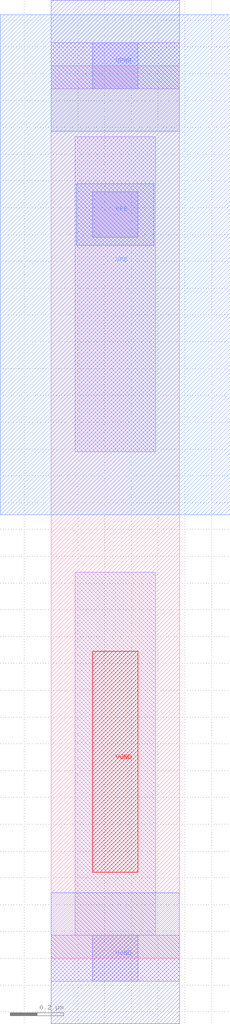
<source format=lef>
# Copyright 2020 The SkyWater PDK Authors
#
# Licensed under the Apache License, Version 2.0 (the "License");
# you may not use this file except in compliance with the License.
# You may obtain a copy of the License at
#
#     https://www.apache.org/licenses/LICENSE-2.0
#
# Unless required by applicable law or agreed to in writing, software
# distributed under the License is distributed on an "AS IS" BASIS,
# WITHOUT WARRANTIES OR CONDITIONS OF ANY KIND, either express or implied.
# See the License for the specific language governing permissions and
# limitations under the License.
#
# SPDX-License-Identifier: Apache-2.0

VERSION 5.7 ;
  NOWIREEXTENSIONATPIN ON ;
  DIVIDERCHAR "/" ;
  BUSBITCHARS "[]" ;
MACRO sky130_fd_sc_lp__tapvgnd_1
  CLASS CORE WELLTAP ;
  FOREIGN sky130_fd_sc_lp__tapvgnd_1 ;
  ORIGIN  0.000000  0.000000 ;
  SIZE  0.480000 BY  3.330000 ;
  SYMMETRY X Y R90 ;
  SITE unit ;
  PIN VGND
    DIRECTION INOUT ;
    USE GROUND ;
    PORT
      LAYER met1 ;
        RECT 0.000000 -0.245000 0.480000 0.245000 ;
      LAYER pwell ;
        RECT 0.155000 0.320000 0.325000 1.145000 ;
    END
  END VGND
  PIN VPB
    DIRECTION INOUT ;
    USE POWER ;
    PORT
      LAYER met1 ;
        RECT 0.095000 2.660000 0.385000 2.890000 ;
      LAYER nwell ;
        RECT -0.190000 1.655000 0.670000 3.520000 ;
    END
  END VPB
  PIN VPWR
    DIRECTION INOUT ;
    USE POWER ;
    PORT
      LAYER met1 ;
        RECT 0.000000 3.085000 0.480000 3.575000 ;
    END
  END VPWR
  OBS
    LAYER li1 ;
      RECT 0.000000 -0.085000 0.480000 0.085000 ;
      RECT 0.000000  3.245000 0.480000 3.415000 ;
      RECT 0.090000  0.085000 0.390000 1.440000 ;
      RECT 0.090000  1.890000 0.390000 3.065000 ;
    LAYER mcon ;
      RECT 0.155000 -0.085000 0.325000 0.085000 ;
      RECT 0.155000  2.690000 0.325000 2.860000 ;
      RECT 0.155000  3.245000 0.325000 3.415000 ;
  END
END sky130_fd_sc_lp__tapvgnd_1
END LIBRARY

</source>
